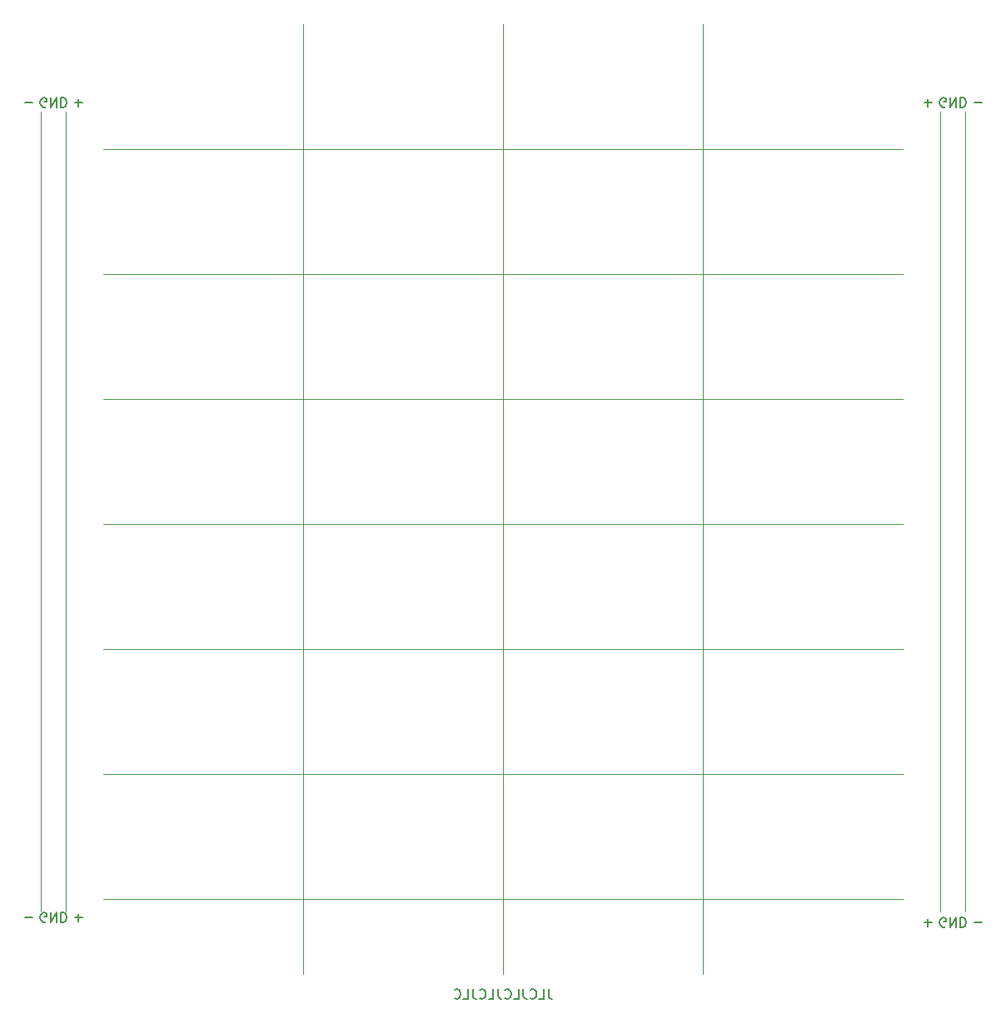
<source format=gbr>
%TF.GenerationSoftware,KiCad,Pcbnew,(5.1.9)-1*%
%TF.CreationDate,2021-01-10T17:22:18+01:00*%
%TF.ProjectId,Stripboard,53747269-7062-46f6-9172-642e6b696361,rev?*%
%TF.SameCoordinates,Original*%
%TF.FileFunction,Legend,Bot*%
%TF.FilePolarity,Positive*%
%FSLAX46Y46*%
G04 Gerber Fmt 4.6, Leading zero omitted, Abs format (unit mm)*
G04 Created by KiCad (PCBNEW (5.1.9)-1) date 2021-01-10 17:22:18*
%MOMM*%
%LPD*%
G01*
G04 APERTURE LIST*
%ADD10C,0.150000*%
%ADD11C,0.120000*%
G04 APERTURE END LIST*
D10*
X131619047Y-150074380D02*
X131619047Y-150788666D01*
X131666666Y-150931523D01*
X131761904Y-151026761D01*
X131904761Y-151074380D01*
X132000000Y-151074380D01*
X130666666Y-151074380D02*
X131142857Y-151074380D01*
X131142857Y-150074380D01*
X129761904Y-150979142D02*
X129809523Y-151026761D01*
X129952380Y-151074380D01*
X130047619Y-151074380D01*
X130190476Y-151026761D01*
X130285714Y-150931523D01*
X130333333Y-150836285D01*
X130380952Y-150645809D01*
X130380952Y-150502952D01*
X130333333Y-150312476D01*
X130285714Y-150217238D01*
X130190476Y-150122000D01*
X130047619Y-150074380D01*
X129952380Y-150074380D01*
X129809523Y-150122000D01*
X129761904Y-150169619D01*
X129047619Y-150074380D02*
X129047619Y-150788666D01*
X129095238Y-150931523D01*
X129190476Y-151026761D01*
X129333333Y-151074380D01*
X129428571Y-151074380D01*
X128095238Y-151074380D02*
X128571428Y-151074380D01*
X128571428Y-150074380D01*
X127190476Y-150979142D02*
X127238095Y-151026761D01*
X127380952Y-151074380D01*
X127476190Y-151074380D01*
X127619047Y-151026761D01*
X127714285Y-150931523D01*
X127761904Y-150836285D01*
X127809523Y-150645809D01*
X127809523Y-150502952D01*
X127761904Y-150312476D01*
X127714285Y-150217238D01*
X127619047Y-150122000D01*
X127476190Y-150074380D01*
X127380952Y-150074380D01*
X127238095Y-150122000D01*
X127190476Y-150169619D01*
X126476190Y-150074380D02*
X126476190Y-150788666D01*
X126523809Y-150931523D01*
X126619047Y-151026761D01*
X126761904Y-151074380D01*
X126857142Y-151074380D01*
X125523809Y-151074380D02*
X126000000Y-151074380D01*
X126000000Y-150074380D01*
X124619047Y-150979142D02*
X124666666Y-151026761D01*
X124809523Y-151074380D01*
X124904761Y-151074380D01*
X125047619Y-151026761D01*
X125142857Y-150931523D01*
X125190476Y-150836285D01*
X125238095Y-150645809D01*
X125238095Y-150502952D01*
X125190476Y-150312476D01*
X125142857Y-150217238D01*
X125047619Y-150122000D01*
X124904761Y-150074380D01*
X124809523Y-150074380D01*
X124666666Y-150122000D01*
X124619047Y-150169619D01*
X123904761Y-150074380D02*
X123904761Y-150788666D01*
X123952380Y-150931523D01*
X124047619Y-151026761D01*
X124190476Y-151074380D01*
X124285714Y-151074380D01*
X122952380Y-151074380D02*
X123428571Y-151074380D01*
X123428571Y-150074380D01*
X122047619Y-150979142D02*
X122095238Y-151026761D01*
X122238095Y-151074380D01*
X122333333Y-151074380D01*
X122476190Y-151026761D01*
X122571428Y-150931523D01*
X122619047Y-150836285D01*
X122666666Y-150645809D01*
X122666666Y-150502952D01*
X122619047Y-150312476D01*
X122571428Y-150217238D01*
X122476190Y-150122000D01*
X122333333Y-150074380D01*
X122238095Y-150074380D01*
X122095238Y-150122000D01*
X122047619Y-150169619D01*
X170560952Y-143327428D02*
X169799047Y-143327428D01*
X170180000Y-143708380D02*
X170180000Y-142946476D01*
X175640952Y-143327428D02*
X174879047Y-143327428D01*
X171958095Y-143756000D02*
X171862857Y-143803619D01*
X171720000Y-143803619D01*
X171577142Y-143756000D01*
X171481904Y-143660761D01*
X171434285Y-143565523D01*
X171386666Y-143375047D01*
X171386666Y-143232190D01*
X171434285Y-143041714D01*
X171481904Y-142946476D01*
X171577142Y-142851238D01*
X171720000Y-142803619D01*
X171815238Y-142803619D01*
X171958095Y-142851238D01*
X172005714Y-142898857D01*
X172005714Y-143232190D01*
X171815238Y-143232190D01*
X172434285Y-142803619D02*
X172434285Y-143803619D01*
X173005714Y-142803619D01*
X173005714Y-143803619D01*
X173481904Y-142803619D02*
X173481904Y-143803619D01*
X173720000Y-143803619D01*
X173862857Y-143756000D01*
X173958095Y-143660761D01*
X174005714Y-143565523D01*
X174053333Y-143375047D01*
X174053333Y-143232190D01*
X174005714Y-143041714D01*
X173958095Y-142946476D01*
X173862857Y-142851238D01*
X173720000Y-142803619D01*
X173481904Y-142803619D01*
X84200952Y-142819428D02*
X83439047Y-142819428D01*
X83820000Y-143200380D02*
X83820000Y-142438476D01*
X79120952Y-142819428D02*
X78359047Y-142819428D01*
X80518095Y-143248000D02*
X80422857Y-143295619D01*
X80280000Y-143295619D01*
X80137142Y-143248000D01*
X80041904Y-143152761D01*
X79994285Y-143057523D01*
X79946666Y-142867047D01*
X79946666Y-142724190D01*
X79994285Y-142533714D01*
X80041904Y-142438476D01*
X80137142Y-142343238D01*
X80280000Y-142295619D01*
X80375238Y-142295619D01*
X80518095Y-142343238D01*
X80565714Y-142390857D01*
X80565714Y-142724190D01*
X80375238Y-142724190D01*
X80994285Y-142295619D02*
X80994285Y-143295619D01*
X81565714Y-142295619D01*
X81565714Y-143295619D01*
X82041904Y-142295619D02*
X82041904Y-143295619D01*
X82280000Y-143295619D01*
X82422857Y-143248000D01*
X82518095Y-143152761D01*
X82565714Y-143057523D01*
X82613333Y-142867047D01*
X82613333Y-142724190D01*
X82565714Y-142533714D01*
X82518095Y-142438476D01*
X82422857Y-142343238D01*
X82280000Y-142295619D01*
X82041904Y-142295619D01*
X80518095Y-60444000D02*
X80422857Y-60491619D01*
X80280000Y-60491619D01*
X80137142Y-60444000D01*
X80041904Y-60348761D01*
X79994285Y-60253523D01*
X79946666Y-60063047D01*
X79946666Y-59920190D01*
X79994285Y-59729714D01*
X80041904Y-59634476D01*
X80137142Y-59539238D01*
X80280000Y-59491619D01*
X80375238Y-59491619D01*
X80518095Y-59539238D01*
X80565714Y-59586857D01*
X80565714Y-59920190D01*
X80375238Y-59920190D01*
X80994285Y-59491619D02*
X80994285Y-60491619D01*
X81565714Y-59491619D01*
X81565714Y-60491619D01*
X82041904Y-59491619D02*
X82041904Y-60491619D01*
X82280000Y-60491619D01*
X82422857Y-60444000D01*
X82518095Y-60348761D01*
X82565714Y-60253523D01*
X82613333Y-60063047D01*
X82613333Y-59920190D01*
X82565714Y-59729714D01*
X82518095Y-59634476D01*
X82422857Y-59539238D01*
X82280000Y-59491619D01*
X82041904Y-59491619D01*
X84200952Y-60015428D02*
X83439047Y-60015428D01*
X83820000Y-60396380D02*
X83820000Y-59634476D01*
X79120952Y-60015428D02*
X78359047Y-60015428D01*
X171958095Y-60444000D02*
X171862857Y-60491619D01*
X171720000Y-60491619D01*
X171577142Y-60444000D01*
X171481904Y-60348761D01*
X171434285Y-60253523D01*
X171386666Y-60063047D01*
X171386666Y-59920190D01*
X171434285Y-59729714D01*
X171481904Y-59634476D01*
X171577142Y-59539238D01*
X171720000Y-59491619D01*
X171815238Y-59491619D01*
X171958095Y-59539238D01*
X172005714Y-59586857D01*
X172005714Y-59920190D01*
X171815238Y-59920190D01*
X172434285Y-59491619D02*
X172434285Y-60491619D01*
X173005714Y-59491619D01*
X173005714Y-60491619D01*
X173481904Y-59491619D02*
X173481904Y-60491619D01*
X173720000Y-60491619D01*
X173862857Y-60444000D01*
X173958095Y-60348761D01*
X174005714Y-60253523D01*
X174053333Y-60063047D01*
X174053333Y-59920190D01*
X174005714Y-59729714D01*
X173958095Y-59634476D01*
X173862857Y-59539238D01*
X173720000Y-59491619D01*
X173481904Y-59491619D01*
X175640952Y-60015428D02*
X174879047Y-60015428D01*
X170560952Y-60015428D02*
X169799047Y-60015428D01*
X170180000Y-60396380D02*
X170180000Y-59634476D01*
D11*
X171450000Y-60960000D02*
X171450000Y-142240000D01*
X173990000Y-142240000D02*
X173990000Y-60960000D01*
X82550000Y-60960000D02*
X82550000Y-142240000D01*
X80010000Y-142240000D02*
X80010000Y-60960000D01*
X167640000Y-140970000D02*
X86360000Y-140970000D01*
X86360000Y-128270000D02*
X167640000Y-128270000D01*
X167640000Y-115570000D02*
X86360000Y-115570000D01*
X86360000Y-102870000D02*
X167640000Y-102870000D01*
X167640000Y-90170000D02*
X86360000Y-90170000D01*
X86360000Y-77470000D02*
X167640000Y-77470000D01*
X86360000Y-64770000D02*
X167640000Y-64770000D01*
X147320000Y-52070000D02*
X147320000Y-148590000D01*
X127000000Y-148590000D02*
X127000000Y-52070000D01*
X106680000Y-52070000D02*
X106680000Y-148590000D01*
M02*

</source>
